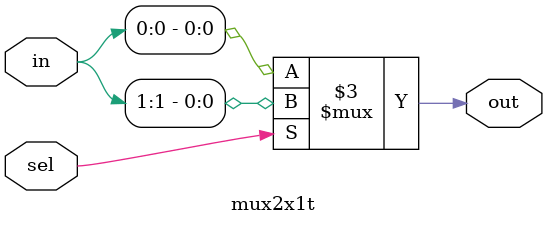
<source format=sv>
module mux2x1t(in,out,sel);
    input [1:0]in;
    input sel;
    output reg out;
    always@(sel or in)
    begin
        out = (sel == 0)?in[0]:in[1];
    end
endmodule

</source>
